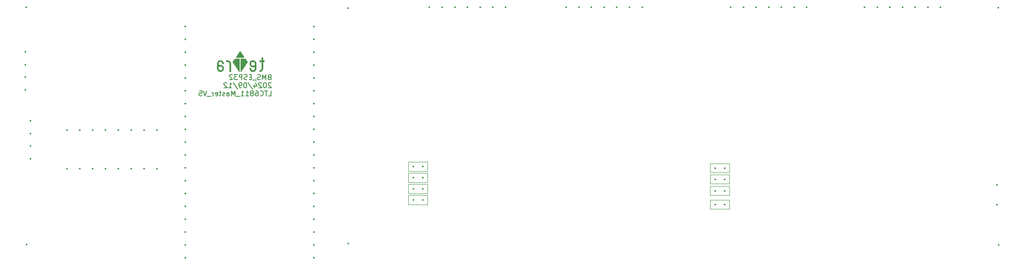
<source format=gbr>
%TF.GenerationSoftware,KiCad,Pcbnew,8.0.4*%
%TF.CreationDate,2024-09-13T16:29:25+09:00*%
%TF.ProjectId,LTC6811_ESP32_Master_V5,4c544336-3831-4315-9f45-535033325f4d,rev?*%
%TF.SameCoordinates,Original*%
%TF.FileFunction,Legend,Bot*%
%TF.FilePolarity,Positive*%
%FSLAX46Y46*%
G04 Gerber Fmt 4.6, Leading zero omitted, Abs format (unit mm)*
G04 Created by KiCad (PCBNEW 8.0.4) date 2024-09-13 16:29:25*
%MOMM*%
%LPD*%
G01*
G04 APERTURE LIST*
%ADD10C,0.150000*%
%ADD11C,0.120000*%
%ADD12C,0.010000*%
%ADD13C,0.350000*%
G04 APERTURE END LIST*
D10*
X86979887Y-132776121D02*
X86837030Y-132823740D01*
X86837030Y-132823740D02*
X86789411Y-132871359D01*
X86789411Y-132871359D02*
X86741792Y-132966597D01*
X86741792Y-132966597D02*
X86741792Y-133109454D01*
X86741792Y-133109454D02*
X86789411Y-133204692D01*
X86789411Y-133204692D02*
X86837030Y-133252312D01*
X86837030Y-133252312D02*
X86932268Y-133299931D01*
X86932268Y-133299931D02*
X87313220Y-133299931D01*
X87313220Y-133299931D02*
X87313220Y-132299931D01*
X87313220Y-132299931D02*
X86979887Y-132299931D01*
X86979887Y-132299931D02*
X86884649Y-132347550D01*
X86884649Y-132347550D02*
X86837030Y-132395169D01*
X86837030Y-132395169D02*
X86789411Y-132490407D01*
X86789411Y-132490407D02*
X86789411Y-132585645D01*
X86789411Y-132585645D02*
X86837030Y-132680883D01*
X86837030Y-132680883D02*
X86884649Y-132728502D01*
X86884649Y-132728502D02*
X86979887Y-132776121D01*
X86979887Y-132776121D02*
X87313220Y-132776121D01*
X86313220Y-133299931D02*
X86313220Y-132299931D01*
X86313220Y-132299931D02*
X85979887Y-133014216D01*
X85979887Y-133014216D02*
X85646554Y-132299931D01*
X85646554Y-132299931D02*
X85646554Y-133299931D01*
X85217982Y-133252312D02*
X85075125Y-133299931D01*
X85075125Y-133299931D02*
X84837030Y-133299931D01*
X84837030Y-133299931D02*
X84741792Y-133252312D01*
X84741792Y-133252312D02*
X84694173Y-133204692D01*
X84694173Y-133204692D02*
X84646554Y-133109454D01*
X84646554Y-133109454D02*
X84646554Y-133014216D01*
X84646554Y-133014216D02*
X84694173Y-132918978D01*
X84694173Y-132918978D02*
X84741792Y-132871359D01*
X84741792Y-132871359D02*
X84837030Y-132823740D01*
X84837030Y-132823740D02*
X85027506Y-132776121D01*
X85027506Y-132776121D02*
X85122744Y-132728502D01*
X85122744Y-132728502D02*
X85170363Y-132680883D01*
X85170363Y-132680883D02*
X85217982Y-132585645D01*
X85217982Y-132585645D02*
X85217982Y-132490407D01*
X85217982Y-132490407D02*
X85170363Y-132395169D01*
X85170363Y-132395169D02*
X85122744Y-132347550D01*
X85122744Y-132347550D02*
X85027506Y-132299931D01*
X85027506Y-132299931D02*
X84789411Y-132299931D01*
X84789411Y-132299931D02*
X84646554Y-132347550D01*
X84456078Y-133395169D02*
X83694173Y-133395169D01*
X83456077Y-132776121D02*
X83122744Y-132776121D01*
X82979887Y-133299931D02*
X83456077Y-133299931D01*
X83456077Y-133299931D02*
X83456077Y-132299931D01*
X83456077Y-132299931D02*
X82979887Y-132299931D01*
X82598934Y-133252312D02*
X82456077Y-133299931D01*
X82456077Y-133299931D02*
X82217982Y-133299931D01*
X82217982Y-133299931D02*
X82122744Y-133252312D01*
X82122744Y-133252312D02*
X82075125Y-133204692D01*
X82075125Y-133204692D02*
X82027506Y-133109454D01*
X82027506Y-133109454D02*
X82027506Y-133014216D01*
X82027506Y-133014216D02*
X82075125Y-132918978D01*
X82075125Y-132918978D02*
X82122744Y-132871359D01*
X82122744Y-132871359D02*
X82217982Y-132823740D01*
X82217982Y-132823740D02*
X82408458Y-132776121D01*
X82408458Y-132776121D02*
X82503696Y-132728502D01*
X82503696Y-132728502D02*
X82551315Y-132680883D01*
X82551315Y-132680883D02*
X82598934Y-132585645D01*
X82598934Y-132585645D02*
X82598934Y-132490407D01*
X82598934Y-132490407D02*
X82551315Y-132395169D01*
X82551315Y-132395169D02*
X82503696Y-132347550D01*
X82503696Y-132347550D02*
X82408458Y-132299931D01*
X82408458Y-132299931D02*
X82170363Y-132299931D01*
X82170363Y-132299931D02*
X82027506Y-132347550D01*
X81598934Y-133299931D02*
X81598934Y-132299931D01*
X81598934Y-132299931D02*
X81217982Y-132299931D01*
X81217982Y-132299931D02*
X81122744Y-132347550D01*
X81122744Y-132347550D02*
X81075125Y-132395169D01*
X81075125Y-132395169D02*
X81027506Y-132490407D01*
X81027506Y-132490407D02*
X81027506Y-132633264D01*
X81027506Y-132633264D02*
X81075125Y-132728502D01*
X81075125Y-132728502D02*
X81122744Y-132776121D01*
X81122744Y-132776121D02*
X81217982Y-132823740D01*
X81217982Y-132823740D02*
X81598934Y-132823740D01*
X80694172Y-132299931D02*
X80075125Y-132299931D01*
X80075125Y-132299931D02*
X80408458Y-132680883D01*
X80408458Y-132680883D02*
X80265601Y-132680883D01*
X80265601Y-132680883D02*
X80170363Y-132728502D01*
X80170363Y-132728502D02*
X80122744Y-132776121D01*
X80122744Y-132776121D02*
X80075125Y-132871359D01*
X80075125Y-132871359D02*
X80075125Y-133109454D01*
X80075125Y-133109454D02*
X80122744Y-133204692D01*
X80122744Y-133204692D02*
X80170363Y-133252312D01*
X80170363Y-133252312D02*
X80265601Y-133299931D01*
X80265601Y-133299931D02*
X80551315Y-133299931D01*
X80551315Y-133299931D02*
X80646553Y-133252312D01*
X80646553Y-133252312D02*
X80694172Y-133204692D01*
X79694172Y-132395169D02*
X79646553Y-132347550D01*
X79646553Y-132347550D02*
X79551315Y-132299931D01*
X79551315Y-132299931D02*
X79313220Y-132299931D01*
X79313220Y-132299931D02*
X79217982Y-132347550D01*
X79217982Y-132347550D02*
X79170363Y-132395169D01*
X79170363Y-132395169D02*
X79122744Y-132490407D01*
X79122744Y-132490407D02*
X79122744Y-132585645D01*
X79122744Y-132585645D02*
X79170363Y-132728502D01*
X79170363Y-132728502D02*
X79741791Y-133299931D01*
X79741791Y-133299931D02*
X79122744Y-133299931D01*
X87360839Y-134005113D02*
X87313220Y-133957494D01*
X87313220Y-133957494D02*
X87217982Y-133909875D01*
X87217982Y-133909875D02*
X86979887Y-133909875D01*
X86979887Y-133909875D02*
X86884649Y-133957494D01*
X86884649Y-133957494D02*
X86837030Y-134005113D01*
X86837030Y-134005113D02*
X86789411Y-134100351D01*
X86789411Y-134100351D02*
X86789411Y-134195589D01*
X86789411Y-134195589D02*
X86837030Y-134338446D01*
X86837030Y-134338446D02*
X87408458Y-134909875D01*
X87408458Y-134909875D02*
X86789411Y-134909875D01*
X86170363Y-133909875D02*
X86075125Y-133909875D01*
X86075125Y-133909875D02*
X85979887Y-133957494D01*
X85979887Y-133957494D02*
X85932268Y-134005113D01*
X85932268Y-134005113D02*
X85884649Y-134100351D01*
X85884649Y-134100351D02*
X85837030Y-134290827D01*
X85837030Y-134290827D02*
X85837030Y-134528922D01*
X85837030Y-134528922D02*
X85884649Y-134719398D01*
X85884649Y-134719398D02*
X85932268Y-134814636D01*
X85932268Y-134814636D02*
X85979887Y-134862256D01*
X85979887Y-134862256D02*
X86075125Y-134909875D01*
X86075125Y-134909875D02*
X86170363Y-134909875D01*
X86170363Y-134909875D02*
X86265601Y-134862256D01*
X86265601Y-134862256D02*
X86313220Y-134814636D01*
X86313220Y-134814636D02*
X86360839Y-134719398D01*
X86360839Y-134719398D02*
X86408458Y-134528922D01*
X86408458Y-134528922D02*
X86408458Y-134290827D01*
X86408458Y-134290827D02*
X86360839Y-134100351D01*
X86360839Y-134100351D02*
X86313220Y-134005113D01*
X86313220Y-134005113D02*
X86265601Y-133957494D01*
X86265601Y-133957494D02*
X86170363Y-133909875D01*
X85456077Y-134005113D02*
X85408458Y-133957494D01*
X85408458Y-133957494D02*
X85313220Y-133909875D01*
X85313220Y-133909875D02*
X85075125Y-133909875D01*
X85075125Y-133909875D02*
X84979887Y-133957494D01*
X84979887Y-133957494D02*
X84932268Y-134005113D01*
X84932268Y-134005113D02*
X84884649Y-134100351D01*
X84884649Y-134100351D02*
X84884649Y-134195589D01*
X84884649Y-134195589D02*
X84932268Y-134338446D01*
X84932268Y-134338446D02*
X85503696Y-134909875D01*
X85503696Y-134909875D02*
X84884649Y-134909875D01*
X84027506Y-134243208D02*
X84027506Y-134909875D01*
X84265601Y-133862256D02*
X84503696Y-134576541D01*
X84503696Y-134576541D02*
X83884649Y-134576541D01*
X82789411Y-133862256D02*
X83646553Y-135147970D01*
X82265601Y-133909875D02*
X82170363Y-133909875D01*
X82170363Y-133909875D02*
X82075125Y-133957494D01*
X82075125Y-133957494D02*
X82027506Y-134005113D01*
X82027506Y-134005113D02*
X81979887Y-134100351D01*
X81979887Y-134100351D02*
X81932268Y-134290827D01*
X81932268Y-134290827D02*
X81932268Y-134528922D01*
X81932268Y-134528922D02*
X81979887Y-134719398D01*
X81979887Y-134719398D02*
X82027506Y-134814636D01*
X82027506Y-134814636D02*
X82075125Y-134862256D01*
X82075125Y-134862256D02*
X82170363Y-134909875D01*
X82170363Y-134909875D02*
X82265601Y-134909875D01*
X82265601Y-134909875D02*
X82360839Y-134862256D01*
X82360839Y-134862256D02*
X82408458Y-134814636D01*
X82408458Y-134814636D02*
X82456077Y-134719398D01*
X82456077Y-134719398D02*
X82503696Y-134528922D01*
X82503696Y-134528922D02*
X82503696Y-134290827D01*
X82503696Y-134290827D02*
X82456077Y-134100351D01*
X82456077Y-134100351D02*
X82408458Y-134005113D01*
X82408458Y-134005113D02*
X82360839Y-133957494D01*
X82360839Y-133957494D02*
X82265601Y-133909875D01*
X81456077Y-134909875D02*
X81265601Y-134909875D01*
X81265601Y-134909875D02*
X81170363Y-134862256D01*
X81170363Y-134862256D02*
X81122744Y-134814636D01*
X81122744Y-134814636D02*
X81027506Y-134671779D01*
X81027506Y-134671779D02*
X80979887Y-134481303D01*
X80979887Y-134481303D02*
X80979887Y-134100351D01*
X80979887Y-134100351D02*
X81027506Y-134005113D01*
X81027506Y-134005113D02*
X81075125Y-133957494D01*
X81075125Y-133957494D02*
X81170363Y-133909875D01*
X81170363Y-133909875D02*
X81360839Y-133909875D01*
X81360839Y-133909875D02*
X81456077Y-133957494D01*
X81456077Y-133957494D02*
X81503696Y-134005113D01*
X81503696Y-134005113D02*
X81551315Y-134100351D01*
X81551315Y-134100351D02*
X81551315Y-134338446D01*
X81551315Y-134338446D02*
X81503696Y-134433684D01*
X81503696Y-134433684D02*
X81456077Y-134481303D01*
X81456077Y-134481303D02*
X81360839Y-134528922D01*
X81360839Y-134528922D02*
X81170363Y-134528922D01*
X81170363Y-134528922D02*
X81075125Y-134481303D01*
X81075125Y-134481303D02*
X81027506Y-134433684D01*
X81027506Y-134433684D02*
X80979887Y-134338446D01*
X79837030Y-133862256D02*
X80694172Y-135147970D01*
X78979887Y-134909875D02*
X79551315Y-134909875D01*
X79265601Y-134909875D02*
X79265601Y-133909875D01*
X79265601Y-133909875D02*
X79360839Y-134052732D01*
X79360839Y-134052732D02*
X79456077Y-134147970D01*
X79456077Y-134147970D02*
X79551315Y-134195589D01*
X78598934Y-134005113D02*
X78551315Y-133957494D01*
X78551315Y-133957494D02*
X78456077Y-133909875D01*
X78456077Y-133909875D02*
X78217982Y-133909875D01*
X78217982Y-133909875D02*
X78122744Y-133957494D01*
X78122744Y-133957494D02*
X78075125Y-134005113D01*
X78075125Y-134005113D02*
X78027506Y-134100351D01*
X78027506Y-134100351D02*
X78027506Y-134195589D01*
X78027506Y-134195589D02*
X78075125Y-134338446D01*
X78075125Y-134338446D02*
X78646553Y-134909875D01*
X78646553Y-134909875D02*
X78027506Y-134909875D01*
X86837030Y-136519819D02*
X87313220Y-136519819D01*
X87313220Y-136519819D02*
X87313220Y-135519819D01*
X86646553Y-135519819D02*
X86075125Y-135519819D01*
X86360839Y-136519819D02*
X86360839Y-135519819D01*
X85170363Y-136424580D02*
X85217982Y-136472200D01*
X85217982Y-136472200D02*
X85360839Y-136519819D01*
X85360839Y-136519819D02*
X85456077Y-136519819D01*
X85456077Y-136519819D02*
X85598934Y-136472200D01*
X85598934Y-136472200D02*
X85694172Y-136376961D01*
X85694172Y-136376961D02*
X85741791Y-136281723D01*
X85741791Y-136281723D02*
X85789410Y-136091247D01*
X85789410Y-136091247D02*
X85789410Y-135948390D01*
X85789410Y-135948390D02*
X85741791Y-135757914D01*
X85741791Y-135757914D02*
X85694172Y-135662676D01*
X85694172Y-135662676D02*
X85598934Y-135567438D01*
X85598934Y-135567438D02*
X85456077Y-135519819D01*
X85456077Y-135519819D02*
X85360839Y-135519819D01*
X85360839Y-135519819D02*
X85217982Y-135567438D01*
X85217982Y-135567438D02*
X85170363Y-135615057D01*
X84313220Y-135519819D02*
X84503696Y-135519819D01*
X84503696Y-135519819D02*
X84598934Y-135567438D01*
X84598934Y-135567438D02*
X84646553Y-135615057D01*
X84646553Y-135615057D02*
X84741791Y-135757914D01*
X84741791Y-135757914D02*
X84789410Y-135948390D01*
X84789410Y-135948390D02*
X84789410Y-136329342D01*
X84789410Y-136329342D02*
X84741791Y-136424580D01*
X84741791Y-136424580D02*
X84694172Y-136472200D01*
X84694172Y-136472200D02*
X84598934Y-136519819D01*
X84598934Y-136519819D02*
X84408458Y-136519819D01*
X84408458Y-136519819D02*
X84313220Y-136472200D01*
X84313220Y-136472200D02*
X84265601Y-136424580D01*
X84265601Y-136424580D02*
X84217982Y-136329342D01*
X84217982Y-136329342D02*
X84217982Y-136091247D01*
X84217982Y-136091247D02*
X84265601Y-135996009D01*
X84265601Y-135996009D02*
X84313220Y-135948390D01*
X84313220Y-135948390D02*
X84408458Y-135900771D01*
X84408458Y-135900771D02*
X84598934Y-135900771D01*
X84598934Y-135900771D02*
X84694172Y-135948390D01*
X84694172Y-135948390D02*
X84741791Y-135996009D01*
X84741791Y-135996009D02*
X84789410Y-136091247D01*
X83646553Y-135948390D02*
X83741791Y-135900771D01*
X83741791Y-135900771D02*
X83789410Y-135853152D01*
X83789410Y-135853152D02*
X83837029Y-135757914D01*
X83837029Y-135757914D02*
X83837029Y-135710295D01*
X83837029Y-135710295D02*
X83789410Y-135615057D01*
X83789410Y-135615057D02*
X83741791Y-135567438D01*
X83741791Y-135567438D02*
X83646553Y-135519819D01*
X83646553Y-135519819D02*
X83456077Y-135519819D01*
X83456077Y-135519819D02*
X83360839Y-135567438D01*
X83360839Y-135567438D02*
X83313220Y-135615057D01*
X83313220Y-135615057D02*
X83265601Y-135710295D01*
X83265601Y-135710295D02*
X83265601Y-135757914D01*
X83265601Y-135757914D02*
X83313220Y-135853152D01*
X83313220Y-135853152D02*
X83360839Y-135900771D01*
X83360839Y-135900771D02*
X83456077Y-135948390D01*
X83456077Y-135948390D02*
X83646553Y-135948390D01*
X83646553Y-135948390D02*
X83741791Y-135996009D01*
X83741791Y-135996009D02*
X83789410Y-136043628D01*
X83789410Y-136043628D02*
X83837029Y-136138866D01*
X83837029Y-136138866D02*
X83837029Y-136329342D01*
X83837029Y-136329342D02*
X83789410Y-136424580D01*
X83789410Y-136424580D02*
X83741791Y-136472200D01*
X83741791Y-136472200D02*
X83646553Y-136519819D01*
X83646553Y-136519819D02*
X83456077Y-136519819D01*
X83456077Y-136519819D02*
X83360839Y-136472200D01*
X83360839Y-136472200D02*
X83313220Y-136424580D01*
X83313220Y-136424580D02*
X83265601Y-136329342D01*
X83265601Y-136329342D02*
X83265601Y-136138866D01*
X83265601Y-136138866D02*
X83313220Y-136043628D01*
X83313220Y-136043628D02*
X83360839Y-135996009D01*
X83360839Y-135996009D02*
X83456077Y-135948390D01*
X82313220Y-136519819D02*
X82884648Y-136519819D01*
X82598934Y-136519819D02*
X82598934Y-135519819D01*
X82598934Y-135519819D02*
X82694172Y-135662676D01*
X82694172Y-135662676D02*
X82789410Y-135757914D01*
X82789410Y-135757914D02*
X82884648Y-135805533D01*
X81360839Y-136519819D02*
X81932267Y-136519819D01*
X81646553Y-136519819D02*
X81646553Y-135519819D01*
X81646553Y-135519819D02*
X81741791Y-135662676D01*
X81741791Y-135662676D02*
X81837029Y-135757914D01*
X81837029Y-135757914D02*
X81932267Y-135805533D01*
X81170363Y-136615057D02*
X80408458Y-136615057D01*
X80170362Y-136519819D02*
X80170362Y-135519819D01*
X80170362Y-135519819D02*
X79837029Y-136234104D01*
X79837029Y-136234104D02*
X79503696Y-135519819D01*
X79503696Y-135519819D02*
X79503696Y-136519819D01*
X78598934Y-136519819D02*
X78598934Y-135996009D01*
X78598934Y-135996009D02*
X78646553Y-135900771D01*
X78646553Y-135900771D02*
X78741791Y-135853152D01*
X78741791Y-135853152D02*
X78932267Y-135853152D01*
X78932267Y-135853152D02*
X79027505Y-135900771D01*
X78598934Y-136472200D02*
X78694172Y-136519819D01*
X78694172Y-136519819D02*
X78932267Y-136519819D01*
X78932267Y-136519819D02*
X79027505Y-136472200D01*
X79027505Y-136472200D02*
X79075124Y-136376961D01*
X79075124Y-136376961D02*
X79075124Y-136281723D01*
X79075124Y-136281723D02*
X79027505Y-136186485D01*
X79027505Y-136186485D02*
X78932267Y-136138866D01*
X78932267Y-136138866D02*
X78694172Y-136138866D01*
X78694172Y-136138866D02*
X78598934Y-136091247D01*
X78170362Y-136472200D02*
X78075124Y-136519819D01*
X78075124Y-136519819D02*
X77884648Y-136519819D01*
X77884648Y-136519819D02*
X77789410Y-136472200D01*
X77789410Y-136472200D02*
X77741791Y-136376961D01*
X77741791Y-136376961D02*
X77741791Y-136329342D01*
X77741791Y-136329342D02*
X77789410Y-136234104D01*
X77789410Y-136234104D02*
X77884648Y-136186485D01*
X77884648Y-136186485D02*
X78027505Y-136186485D01*
X78027505Y-136186485D02*
X78122743Y-136138866D01*
X78122743Y-136138866D02*
X78170362Y-136043628D01*
X78170362Y-136043628D02*
X78170362Y-135996009D01*
X78170362Y-135996009D02*
X78122743Y-135900771D01*
X78122743Y-135900771D02*
X78027505Y-135853152D01*
X78027505Y-135853152D02*
X77884648Y-135853152D01*
X77884648Y-135853152D02*
X77789410Y-135900771D01*
X77456076Y-135853152D02*
X77075124Y-135853152D01*
X77313219Y-135519819D02*
X77313219Y-136376961D01*
X77313219Y-136376961D02*
X77265600Y-136472200D01*
X77265600Y-136472200D02*
X77170362Y-136519819D01*
X77170362Y-136519819D02*
X77075124Y-136519819D01*
X76360838Y-136472200D02*
X76456076Y-136519819D01*
X76456076Y-136519819D02*
X76646552Y-136519819D01*
X76646552Y-136519819D02*
X76741790Y-136472200D01*
X76741790Y-136472200D02*
X76789409Y-136376961D01*
X76789409Y-136376961D02*
X76789409Y-135996009D01*
X76789409Y-135996009D02*
X76741790Y-135900771D01*
X76741790Y-135900771D02*
X76646552Y-135853152D01*
X76646552Y-135853152D02*
X76456076Y-135853152D01*
X76456076Y-135853152D02*
X76360838Y-135900771D01*
X76360838Y-135900771D02*
X76313219Y-135996009D01*
X76313219Y-135996009D02*
X76313219Y-136091247D01*
X76313219Y-136091247D02*
X76789409Y-136186485D01*
X75884647Y-136519819D02*
X75884647Y-135853152D01*
X75884647Y-136043628D02*
X75837028Y-135948390D01*
X75837028Y-135948390D02*
X75789409Y-135900771D01*
X75789409Y-135900771D02*
X75694171Y-135853152D01*
X75694171Y-135853152D02*
X75598933Y-135853152D01*
X75503695Y-136615057D02*
X74741790Y-136615057D01*
X74646551Y-135519819D02*
X74313218Y-136519819D01*
X74313218Y-136519819D02*
X73979885Y-135519819D01*
X73170361Y-135519819D02*
X73646551Y-135519819D01*
X73646551Y-135519819D02*
X73694170Y-135996009D01*
X73694170Y-135996009D02*
X73646551Y-135948390D01*
X73646551Y-135948390D02*
X73551313Y-135900771D01*
X73551313Y-135900771D02*
X73313218Y-135900771D01*
X73313218Y-135900771D02*
X73217980Y-135948390D01*
X73217980Y-135948390D02*
X73170361Y-135996009D01*
X73170361Y-135996009D02*
X73122742Y-136091247D01*
X73122742Y-136091247D02*
X73122742Y-136329342D01*
X73122742Y-136329342D02*
X73170361Y-136424580D01*
X73170361Y-136424580D02*
X73217980Y-136472200D01*
X73217980Y-136472200D02*
X73313218Y-136519819D01*
X73313218Y-136519819D02*
X73551313Y-136519819D01*
X73551313Y-136519819D02*
X73646551Y-136472200D01*
X73646551Y-136472200D02*
X73694170Y-136424580D01*
D11*
X174000000Y-157100000D02*
X177800000Y-157100000D01*
X177800000Y-158900000D01*
X174000000Y-158900000D01*
X174000000Y-157100000D01*
X174000000Y-149900000D02*
X177800000Y-149900000D01*
X177800000Y-151700000D01*
X174000000Y-151700000D01*
X174000000Y-149900000D01*
X114400000Y-156200000D02*
X118200000Y-156200000D01*
X118200000Y-158000000D01*
X114400000Y-158000000D01*
X114400000Y-156200000D01*
X114400000Y-149600000D02*
X118200000Y-149600000D01*
X118200000Y-151400000D01*
X114400000Y-151400000D01*
X114400000Y-149600000D01*
X174000000Y-154400000D02*
X177800000Y-154400000D01*
X177800000Y-156200000D01*
X174000000Y-156200000D01*
X174000000Y-154400000D01*
X114400000Y-151800000D02*
X118200000Y-151800000D01*
X118200000Y-153600000D01*
X114400000Y-153600000D01*
X114400000Y-151800000D01*
X174000000Y-152100000D02*
X177800000Y-152100000D01*
X177800000Y-153900000D01*
X174000000Y-153900000D01*
X174000000Y-152100000D01*
X114400000Y-154000000D02*
X118200000Y-154000000D01*
X118200000Y-155800000D01*
X114400000Y-155800000D01*
X114400000Y-154000000D01*
D12*
%TO.C,LOGO2*%
X82397370Y-129402595D02*
X82412067Y-129423755D01*
X82454862Y-129485698D01*
X82494759Y-129543924D01*
X82530621Y-129596740D01*
X82561311Y-129642456D01*
X82585690Y-129679381D01*
X82602621Y-129705824D01*
X82610967Y-129720095D01*
X82616447Y-129733478D01*
X82625586Y-129774942D01*
X82626565Y-129818646D01*
X82618904Y-129856339D01*
X82618078Y-129857946D01*
X82609359Y-129871893D01*
X82591793Y-129898684D01*
X82565951Y-129937480D01*
X82532403Y-129987440D01*
X82491718Y-130047725D01*
X82444467Y-130117496D01*
X82391219Y-130195911D01*
X82332546Y-130282132D01*
X82269016Y-130375318D01*
X82201200Y-130474630D01*
X82129668Y-130579228D01*
X82054990Y-130688273D01*
X81977736Y-130800924D01*
X81950912Y-130840002D01*
X81874659Y-130950999D01*
X81801197Y-131057796D01*
X81731091Y-131159578D01*
X81664904Y-131255532D01*
X81603203Y-131344843D01*
X81546551Y-131426697D01*
X81495512Y-131500279D01*
X81450653Y-131564775D01*
X81412537Y-131619370D01*
X81381729Y-131663251D01*
X81358793Y-131695603D01*
X81344295Y-131715611D01*
X81338798Y-131722461D01*
X81338591Y-131721824D01*
X81337853Y-131709017D01*
X81337140Y-131680452D01*
X81336456Y-131637054D01*
X81335808Y-131579743D01*
X81335199Y-131509443D01*
X81334634Y-131427077D01*
X81334117Y-131333567D01*
X81333655Y-131229836D01*
X81333250Y-131116806D01*
X81332909Y-130995399D01*
X81332635Y-130866540D01*
X81332434Y-130731149D01*
X81332309Y-130590151D01*
X81332267Y-130444467D01*
X81332267Y-129166472D01*
X81352695Y-129142717D01*
X81373123Y-129118961D01*
X82200100Y-129118961D01*
X82397370Y-129402595D01*
G36*
X82397370Y-129402595D02*
G01*
X82412067Y-129423755D01*
X82454862Y-129485698D01*
X82494759Y-129543924D01*
X82530621Y-129596740D01*
X82561311Y-129642456D01*
X82585690Y-129679381D01*
X82602621Y-129705824D01*
X82610967Y-129720095D01*
X82616447Y-129733478D01*
X82625586Y-129774942D01*
X82626565Y-129818646D01*
X82618904Y-129856339D01*
X82618078Y-129857946D01*
X82609359Y-129871893D01*
X82591793Y-129898684D01*
X82565951Y-129937480D01*
X82532403Y-129987440D01*
X82491718Y-130047725D01*
X82444467Y-130117496D01*
X82391219Y-130195911D01*
X82332546Y-130282132D01*
X82269016Y-130375318D01*
X82201200Y-130474630D01*
X82129668Y-130579228D01*
X82054990Y-130688273D01*
X81977736Y-130800924D01*
X81950912Y-130840002D01*
X81874659Y-130950999D01*
X81801197Y-131057796D01*
X81731091Y-131159578D01*
X81664904Y-131255532D01*
X81603203Y-131344843D01*
X81546551Y-131426697D01*
X81495512Y-131500279D01*
X81450653Y-131564775D01*
X81412537Y-131619370D01*
X81381729Y-131663251D01*
X81358793Y-131695603D01*
X81344295Y-131715611D01*
X81338798Y-131722461D01*
X81338591Y-131721824D01*
X81337853Y-131709017D01*
X81337140Y-131680452D01*
X81336456Y-131637054D01*
X81335808Y-131579743D01*
X81335199Y-131509443D01*
X81334634Y-131427077D01*
X81334117Y-131333567D01*
X81333655Y-131229836D01*
X81333250Y-131116806D01*
X81332909Y-130995399D01*
X81332635Y-130866540D01*
X81332434Y-130731149D01*
X81332309Y-130590151D01*
X81332267Y-130444467D01*
X81332267Y-129166472D01*
X81352695Y-129142717D01*
X81373123Y-129118961D01*
X82200100Y-129118961D01*
X82397370Y-129402595D01*
G37*
X81238971Y-127726107D02*
X81241046Y-127728230D01*
X81252003Y-127742372D01*
X81271194Y-127768585D01*
X81297727Y-127805582D01*
X81330711Y-127852074D01*
X81369255Y-127906774D01*
X81412466Y-127968393D01*
X81459454Y-128035643D01*
X81509327Y-128107235D01*
X81561193Y-128181881D01*
X81614162Y-128258293D01*
X81667341Y-128335183D01*
X81719839Y-128411263D01*
X81770765Y-128485244D01*
X81819226Y-128555837D01*
X81864333Y-128621756D01*
X81905193Y-128681711D01*
X81940914Y-128734414D01*
X81970606Y-128778577D01*
X81993377Y-128812911D01*
X82008335Y-128836129D01*
X82014589Y-128846943D01*
X82014785Y-128848463D01*
X82013046Y-128850579D01*
X82007975Y-128852438D01*
X81998601Y-128854058D01*
X81983952Y-128855453D01*
X81963056Y-128856642D01*
X81934942Y-128857639D01*
X81898638Y-128858462D01*
X81853173Y-128859127D01*
X81797576Y-128859650D01*
X81730874Y-128860047D01*
X81652097Y-128860336D01*
X81560272Y-128860532D01*
X81454429Y-128860652D01*
X81333596Y-128860712D01*
X81196800Y-128860728D01*
X81138578Y-128860725D01*
X81008247Y-128860689D01*
X80893487Y-128860600D01*
X80793330Y-128860440D01*
X80706812Y-128860196D01*
X80632965Y-128859851D01*
X80570824Y-128859388D01*
X80519421Y-128858793D01*
X80477791Y-128858049D01*
X80444968Y-128857142D01*
X80419985Y-128856054D01*
X80401876Y-128854770D01*
X80389674Y-128853274D01*
X80382414Y-128851552D01*
X80379128Y-128849586D01*
X80378851Y-128847360D01*
X80380250Y-128844651D01*
X80390123Y-128828870D01*
X80408415Y-128801170D01*
X80434227Y-128762844D01*
X80466655Y-128715185D01*
X80504800Y-128659487D01*
X80547760Y-128597044D01*
X80594634Y-128529147D01*
X80644521Y-128457092D01*
X80696519Y-128382170D01*
X80749728Y-128305675D01*
X80803247Y-128228901D01*
X80856173Y-128153141D01*
X80907607Y-128079688D01*
X80956647Y-128009836D01*
X81002391Y-127944877D01*
X81043939Y-127886105D01*
X81080389Y-127834814D01*
X81110841Y-127792296D01*
X81134393Y-127759846D01*
X81150144Y-127738755D01*
X81157193Y-127730318D01*
X81177748Y-127721202D01*
X81209730Y-127718339D01*
X81238971Y-127726107D01*
G36*
X81238971Y-127726107D02*
G01*
X81241046Y-127728230D01*
X81252003Y-127742372D01*
X81271194Y-127768585D01*
X81297727Y-127805582D01*
X81330711Y-127852074D01*
X81369255Y-127906774D01*
X81412466Y-127968393D01*
X81459454Y-128035643D01*
X81509327Y-128107235D01*
X81561193Y-128181881D01*
X81614162Y-128258293D01*
X81667341Y-128335183D01*
X81719839Y-128411263D01*
X81770765Y-128485244D01*
X81819226Y-128555837D01*
X81864333Y-128621756D01*
X81905193Y-128681711D01*
X81940914Y-128734414D01*
X81970606Y-128778577D01*
X81993377Y-128812911D01*
X82008335Y-128836129D01*
X82014589Y-128846943D01*
X82014785Y-128848463D01*
X82013046Y-128850579D01*
X82007975Y-128852438D01*
X81998601Y-128854058D01*
X81983952Y-128855453D01*
X81963056Y-128856642D01*
X81934942Y-128857639D01*
X81898638Y-128858462D01*
X81853173Y-128859127D01*
X81797576Y-128859650D01*
X81730874Y-128860047D01*
X81652097Y-128860336D01*
X81560272Y-128860532D01*
X81454429Y-128860652D01*
X81333596Y-128860712D01*
X81196800Y-128860728D01*
X81138578Y-128860725D01*
X81008247Y-128860689D01*
X80893487Y-128860600D01*
X80793330Y-128860440D01*
X80706812Y-128860196D01*
X80632965Y-128859851D01*
X80570824Y-128859388D01*
X80519421Y-128858793D01*
X80477791Y-128858049D01*
X80444968Y-128857142D01*
X80419985Y-128856054D01*
X80401876Y-128854770D01*
X80389674Y-128853274D01*
X80382414Y-128851552D01*
X80379128Y-128849586D01*
X80378851Y-128847360D01*
X80380250Y-128844651D01*
X80390123Y-128828870D01*
X80408415Y-128801170D01*
X80434227Y-128762844D01*
X80466655Y-128715185D01*
X80504800Y-128659487D01*
X80547760Y-128597044D01*
X80594634Y-128529147D01*
X80644521Y-128457092D01*
X80696519Y-128382170D01*
X80749728Y-128305675D01*
X80803247Y-128228901D01*
X80856173Y-128153141D01*
X80907607Y-128079688D01*
X80956647Y-128009836D01*
X81002391Y-127944877D01*
X81043939Y-127886105D01*
X81080389Y-127834814D01*
X81110841Y-127792296D01*
X81134393Y-127759846D01*
X81150144Y-127738755D01*
X81157193Y-127730318D01*
X81177748Y-127721202D01*
X81209730Y-127718339D01*
X81238971Y-127726107D01*
G37*
X80634853Y-129123224D02*
X80727311Y-129123534D01*
X80808914Y-129124168D01*
X80878651Y-129125104D01*
X80935507Y-129126323D01*
X80978471Y-129127806D01*
X81006528Y-129129532D01*
X81018666Y-129131482D01*
X81018970Y-129131649D01*
X81032512Y-129145447D01*
X81043510Y-129166613D01*
X81044483Y-129172157D01*
X81045796Y-129189981D01*
X81046986Y-129219737D01*
X81048058Y-129261841D01*
X81049012Y-129316709D01*
X81049854Y-129384760D01*
X81050585Y-129466409D01*
X81051208Y-129562073D01*
X81051728Y-129672170D01*
X81052146Y-129797115D01*
X81052466Y-129937327D01*
X81052691Y-130093221D01*
X81052823Y-130265215D01*
X81052867Y-130453725D01*
X81052866Y-130479450D01*
X81052809Y-130623345D01*
X81052673Y-130762384D01*
X81052462Y-130895637D01*
X81052180Y-131022176D01*
X81051832Y-131141071D01*
X81051424Y-131251394D01*
X81050959Y-131352215D01*
X81050442Y-131442605D01*
X81049878Y-131521637D01*
X81049272Y-131588379D01*
X81048628Y-131641905D01*
X81047951Y-131681284D01*
X81047246Y-131705588D01*
X81046517Y-131713887D01*
X81046460Y-131713877D01*
X81040092Y-131706517D01*
X81024947Y-131686151D01*
X81001701Y-131653773D01*
X80971032Y-131610372D01*
X80933617Y-131556941D01*
X80890132Y-131494472D01*
X80841254Y-131423955D01*
X80787660Y-131346383D01*
X80730026Y-131262746D01*
X80669030Y-131174038D01*
X80605349Y-131081248D01*
X80539658Y-130985370D01*
X80472636Y-130887393D01*
X80404958Y-130788311D01*
X80337302Y-130689114D01*
X80270344Y-130590794D01*
X80204761Y-130494343D01*
X80141230Y-130400752D01*
X80080428Y-130311013D01*
X80023032Y-130226117D01*
X79969718Y-130147056D01*
X79921164Y-130074822D01*
X79878045Y-130010406D01*
X79841040Y-129954799D01*
X79810824Y-129908994D01*
X79788074Y-129873982D01*
X79773468Y-129850754D01*
X79767682Y-129840302D01*
X79761493Y-129807477D01*
X79764524Y-129757403D01*
X79781221Y-129710971D01*
X79782680Y-129708493D01*
X79793331Y-129691969D01*
X79812180Y-129663705D01*
X79838106Y-129625352D01*
X79869984Y-129578560D01*
X79906691Y-129524979D01*
X79947105Y-129466260D01*
X79990101Y-129404054D01*
X80184636Y-129123195D01*
X80593908Y-129123195D01*
X80634853Y-129123224D01*
G36*
X80634853Y-129123224D02*
G01*
X80727311Y-129123534D01*
X80808914Y-129124168D01*
X80878651Y-129125104D01*
X80935507Y-129126323D01*
X80978471Y-129127806D01*
X81006528Y-129129532D01*
X81018666Y-129131482D01*
X81018970Y-129131649D01*
X81032512Y-129145447D01*
X81043510Y-129166613D01*
X81044483Y-129172157D01*
X81045796Y-129189981D01*
X81046986Y-129219737D01*
X81048058Y-129261841D01*
X81049012Y-129316709D01*
X81049854Y-129384760D01*
X81050585Y-129466409D01*
X81051208Y-129562073D01*
X81051728Y-129672170D01*
X81052146Y-129797115D01*
X81052466Y-129937327D01*
X81052691Y-130093221D01*
X81052823Y-130265215D01*
X81052867Y-130453725D01*
X81052866Y-130479450D01*
X81052809Y-130623345D01*
X81052673Y-130762384D01*
X81052462Y-130895637D01*
X81052180Y-131022176D01*
X81051832Y-131141071D01*
X81051424Y-131251394D01*
X81050959Y-131352215D01*
X81050442Y-131442605D01*
X81049878Y-131521637D01*
X81049272Y-131588379D01*
X81048628Y-131641905D01*
X81047951Y-131681284D01*
X81047246Y-131705588D01*
X81046517Y-131713887D01*
X81046460Y-131713877D01*
X81040092Y-131706517D01*
X81024947Y-131686151D01*
X81001701Y-131653773D01*
X80971032Y-131610372D01*
X80933617Y-131556941D01*
X80890132Y-131494472D01*
X80841254Y-131423955D01*
X80787660Y-131346383D01*
X80730026Y-131262746D01*
X80669030Y-131174038D01*
X80605349Y-131081248D01*
X80539658Y-130985370D01*
X80472636Y-130887393D01*
X80404958Y-130788311D01*
X80337302Y-130689114D01*
X80270344Y-130590794D01*
X80204761Y-130494343D01*
X80141230Y-130400752D01*
X80080428Y-130311013D01*
X80023032Y-130226117D01*
X79969718Y-130147056D01*
X79921164Y-130074822D01*
X79878045Y-130010406D01*
X79841040Y-129954799D01*
X79810824Y-129908994D01*
X79788074Y-129873982D01*
X79773468Y-129850754D01*
X79767682Y-129840302D01*
X79761493Y-129807477D01*
X79764524Y-129757403D01*
X79781221Y-129710971D01*
X79782680Y-129708493D01*
X79793331Y-129691969D01*
X79812180Y-129663705D01*
X79838106Y-129625352D01*
X79869984Y-129578560D01*
X79906691Y-129524979D01*
X79947105Y-129466260D01*
X79990101Y-129404054D01*
X80184636Y-129123195D01*
X80593908Y-129123195D01*
X80634853Y-129123224D01*
G37*
X78634558Y-129489307D02*
X78641690Y-129489517D01*
X78717950Y-129492952D01*
X78781423Y-129498654D01*
X78835875Y-129507380D01*
X78885071Y-129519887D01*
X78932780Y-129536932D01*
X78982767Y-129559272D01*
X78996714Y-129566203D01*
X79082317Y-129619327D01*
X79156904Y-129685117D01*
X79220032Y-129763041D01*
X79271259Y-129852566D01*
X79310141Y-129953160D01*
X79329585Y-130016428D01*
X79332104Y-130832299D01*
X79332435Y-130951286D01*
X79332695Y-131083766D01*
X79332783Y-131200563D01*
X79332695Y-131302367D01*
X79332423Y-131389868D01*
X79331961Y-131463757D01*
X79331304Y-131524724D01*
X79330445Y-131573461D01*
X79329379Y-131610659D01*
X79328099Y-131637006D01*
X79326599Y-131653195D01*
X79324874Y-131659916D01*
X79324229Y-131660626D01*
X79313961Y-131665832D01*
X79293887Y-131669239D01*
X79261642Y-131671098D01*
X79214861Y-131671661D01*
X79199463Y-131671641D01*
X79161128Y-131671190D01*
X79135671Y-131669790D01*
X79120018Y-131666980D01*
X79111096Y-131662299D01*
X79105831Y-131655284D01*
X79104991Y-131651872D01*
X79103322Y-131632258D01*
X79101847Y-131595876D01*
X79100565Y-131542708D01*
X79099476Y-131472731D01*
X79098580Y-131385925D01*
X79097877Y-131282270D01*
X79097366Y-131161745D01*
X79097047Y-131024329D01*
X79096920Y-130870001D01*
X79096855Y-130736054D01*
X79096700Y-130614939D01*
X79096441Y-130508753D01*
X79096064Y-130416482D01*
X79095553Y-130337113D01*
X79094894Y-130269632D01*
X79094072Y-130213026D01*
X79093072Y-130166282D01*
X79091879Y-130128387D01*
X79090480Y-130098328D01*
X79088858Y-130075090D01*
X79086999Y-130057661D01*
X79084889Y-130045028D01*
X79078800Y-130020029D01*
X79050553Y-129945681D01*
X79009762Y-129879704D01*
X78958015Y-129824322D01*
X78896897Y-129781756D01*
X78871329Y-129768861D01*
X78834256Y-129754244D01*
X78794152Y-129743941D01*
X78747567Y-129737340D01*
X78691051Y-129733829D01*
X78621155Y-129732794D01*
X78569640Y-129732718D01*
X78525681Y-129731495D01*
X78494509Y-129727518D01*
X78473927Y-129719179D01*
X78461741Y-129704869D01*
X78455755Y-129682980D01*
X78453773Y-129651902D01*
X78453600Y-129610028D01*
X78453594Y-129600303D01*
X78453922Y-129561090D01*
X78456393Y-129531935D01*
X78463122Y-129511429D01*
X78476220Y-129498163D01*
X78497800Y-129490727D01*
X78529974Y-129487712D01*
X78574856Y-129487708D01*
X78634558Y-129489307D01*
G36*
X78634558Y-129489307D02*
G01*
X78641690Y-129489517D01*
X78717950Y-129492952D01*
X78781423Y-129498654D01*
X78835875Y-129507380D01*
X78885071Y-129519887D01*
X78932780Y-129536932D01*
X78982767Y-129559272D01*
X78996714Y-129566203D01*
X79082317Y-129619327D01*
X79156904Y-129685117D01*
X79220032Y-129763041D01*
X79271259Y-129852566D01*
X79310141Y-129953160D01*
X79329585Y-130016428D01*
X79332104Y-130832299D01*
X79332435Y-130951286D01*
X79332695Y-131083766D01*
X79332783Y-131200563D01*
X79332695Y-131302367D01*
X79332423Y-131389868D01*
X79331961Y-131463757D01*
X79331304Y-131524724D01*
X79330445Y-131573461D01*
X79329379Y-131610659D01*
X79328099Y-131637006D01*
X79326599Y-131653195D01*
X79324874Y-131659916D01*
X79324229Y-131660626D01*
X79313961Y-131665832D01*
X79293887Y-131669239D01*
X79261642Y-131671098D01*
X79214861Y-131671661D01*
X79199463Y-131671641D01*
X79161128Y-131671190D01*
X79135671Y-131669790D01*
X79120018Y-131666980D01*
X79111096Y-131662299D01*
X79105831Y-131655284D01*
X79104991Y-131651872D01*
X79103322Y-131632258D01*
X79101847Y-131595876D01*
X79100565Y-131542708D01*
X79099476Y-131472731D01*
X79098580Y-131385925D01*
X79097877Y-131282270D01*
X79097366Y-131161745D01*
X79097047Y-131024329D01*
X79096920Y-130870001D01*
X79096855Y-130736054D01*
X79096700Y-130614939D01*
X79096441Y-130508753D01*
X79096064Y-130416482D01*
X79095553Y-130337113D01*
X79094894Y-130269632D01*
X79094072Y-130213026D01*
X79093072Y-130166282D01*
X79091879Y-130128387D01*
X79090480Y-130098328D01*
X79088858Y-130075090D01*
X79086999Y-130057661D01*
X79084889Y-130045028D01*
X79078800Y-130020029D01*
X79050553Y-129945681D01*
X79009762Y-129879704D01*
X78958015Y-129824322D01*
X78896897Y-129781756D01*
X78871329Y-129768861D01*
X78834256Y-129754244D01*
X78794152Y-129743941D01*
X78747567Y-129737340D01*
X78691051Y-129733829D01*
X78621155Y-129732794D01*
X78569640Y-129732718D01*
X78525681Y-129731495D01*
X78494509Y-129727518D01*
X78473927Y-129719179D01*
X78461741Y-129704869D01*
X78455755Y-129682980D01*
X78453773Y-129651902D01*
X78453600Y-129610028D01*
X78453594Y-129600303D01*
X78453922Y-129561090D01*
X78456393Y-129531935D01*
X78463122Y-129511429D01*
X78476220Y-129498163D01*
X78497800Y-129490727D01*
X78529974Y-129487712D01*
X78574856Y-129487708D01*
X78634558Y-129489307D01*
G37*
X85503342Y-128892423D02*
X85529158Y-128902611D01*
X85566820Y-128920224D01*
X85587524Y-128930548D01*
X85622147Y-128948984D01*
X85650775Y-128965653D01*
X85668715Y-128977897D01*
X85692600Y-128997700D01*
X85692600Y-129495728D01*
X85831820Y-129495728D01*
X85883144Y-129495776D01*
X85926700Y-129496885D01*
X85957500Y-129500633D01*
X85977750Y-129508600D01*
X85989658Y-129522367D01*
X85995431Y-129543512D01*
X85997276Y-129573617D01*
X85997400Y-129614261D01*
X85997333Y-129651002D01*
X85995784Y-129682183D01*
X85990548Y-129704231D01*
X85979419Y-129718727D01*
X85960188Y-129727252D01*
X85930650Y-129731384D01*
X85888596Y-129732705D01*
X85831820Y-129732795D01*
X85692600Y-129732795D01*
X85692600Y-130400552D01*
X85692590Y-130464713D01*
X85692500Y-130583065D01*
X85692299Y-130686246D01*
X85691966Y-130775437D01*
X85691482Y-130851819D01*
X85690826Y-130916574D01*
X85689976Y-130970883D01*
X85688913Y-131015926D01*
X85687617Y-131052885D01*
X85686066Y-131082941D01*
X85684239Y-131107275D01*
X85682117Y-131127069D01*
X85679679Y-131143502D01*
X85677474Y-131155914D01*
X85650624Y-131266280D01*
X85613013Y-131363776D01*
X85564715Y-131448306D01*
X85505809Y-131519777D01*
X85436371Y-131578094D01*
X85356476Y-131623161D01*
X85266202Y-131654885D01*
X85265923Y-131654958D01*
X85231014Y-131662025D01*
X85189918Y-131667223D01*
X85146458Y-131670447D01*
X85104457Y-131671592D01*
X85067736Y-131670553D01*
X85040119Y-131667224D01*
X85025427Y-131661501D01*
X85020810Y-131648999D01*
X85017437Y-131623839D01*
X85015441Y-131590358D01*
X85014816Y-131552757D01*
X85015552Y-131515237D01*
X85017642Y-131481997D01*
X85021078Y-131457238D01*
X85025850Y-131445159D01*
X85030942Y-131442962D01*
X85051025Y-131438893D01*
X85081353Y-131435268D01*
X85117605Y-131432675D01*
X85142935Y-131431125D01*
X85183228Y-131426521D01*
X85215624Y-131418868D01*
X85246088Y-131406972D01*
X85267551Y-131396157D01*
X85323934Y-131355864D01*
X85370513Y-131302533D01*
X85407667Y-131235661D01*
X85435773Y-131154747D01*
X85438166Y-131144928D01*
X85440560Y-131132122D01*
X85442647Y-131116391D01*
X85444455Y-131096570D01*
X85446013Y-131071489D01*
X85447348Y-131039981D01*
X85448487Y-131000880D01*
X85449459Y-130953017D01*
X85450292Y-130895226D01*
X85451012Y-130826338D01*
X85451648Y-130745187D01*
X85452227Y-130650605D01*
X85452778Y-130541424D01*
X85453327Y-130416478D01*
X85456194Y-129732795D01*
X85270077Y-129732795D01*
X85258413Y-129732800D01*
X85195548Y-129732838D01*
X85147354Y-129732103D01*
X85111887Y-129729510D01*
X85087206Y-129723975D01*
X85071369Y-129714416D01*
X85062431Y-129699749D01*
X85058452Y-129678890D01*
X85057490Y-129650755D01*
X85057600Y-129614261D01*
X85057591Y-129608187D01*
X85057520Y-129572990D01*
X85058820Y-129546005D01*
X85063436Y-129526144D01*
X85073311Y-129512321D01*
X85090390Y-129503449D01*
X85116618Y-129498440D01*
X85153939Y-129496209D01*
X85204298Y-129495667D01*
X85269639Y-129495728D01*
X85455317Y-129495728D01*
X85457542Y-129198198D01*
X85457716Y-129175353D01*
X85458375Y-129100267D01*
X85459116Y-129039985D01*
X85460030Y-128992829D01*
X85461209Y-128957120D01*
X85462744Y-128931178D01*
X85464728Y-128913326D01*
X85467252Y-128901883D01*
X85470408Y-128895171D01*
X85474288Y-128891511D01*
X85475655Y-128890731D01*
X85486474Y-128888763D01*
X85503342Y-128892423D01*
G36*
X85503342Y-128892423D02*
G01*
X85529158Y-128902611D01*
X85566820Y-128920224D01*
X85587524Y-128930548D01*
X85622147Y-128948984D01*
X85650775Y-128965653D01*
X85668715Y-128977897D01*
X85692600Y-128997700D01*
X85692600Y-129495728D01*
X85831820Y-129495728D01*
X85883144Y-129495776D01*
X85926700Y-129496885D01*
X85957500Y-129500633D01*
X85977750Y-129508600D01*
X85989658Y-129522367D01*
X85995431Y-129543512D01*
X85997276Y-129573617D01*
X85997400Y-129614261D01*
X85997333Y-129651002D01*
X85995784Y-129682183D01*
X85990548Y-129704231D01*
X85979419Y-129718727D01*
X85960188Y-129727252D01*
X85930650Y-129731384D01*
X85888596Y-129732705D01*
X85831820Y-129732795D01*
X85692600Y-129732795D01*
X85692600Y-130400552D01*
X85692590Y-130464713D01*
X85692500Y-130583065D01*
X85692299Y-130686246D01*
X85691966Y-130775437D01*
X85691482Y-130851819D01*
X85690826Y-130916574D01*
X85689976Y-130970883D01*
X85688913Y-131015926D01*
X85687617Y-131052885D01*
X85686066Y-131082941D01*
X85684239Y-131107275D01*
X85682117Y-131127069D01*
X85679679Y-131143502D01*
X85677474Y-131155914D01*
X85650624Y-131266280D01*
X85613013Y-131363776D01*
X85564715Y-131448306D01*
X85505809Y-131519777D01*
X85436371Y-131578094D01*
X85356476Y-131623161D01*
X85266202Y-131654885D01*
X85265923Y-131654958D01*
X85231014Y-131662025D01*
X85189918Y-131667223D01*
X85146458Y-131670447D01*
X85104457Y-131671592D01*
X85067736Y-131670553D01*
X85040119Y-131667224D01*
X85025427Y-131661501D01*
X85020810Y-131648999D01*
X85017437Y-131623839D01*
X85015441Y-131590358D01*
X85014816Y-131552757D01*
X85015552Y-131515237D01*
X85017642Y-131481997D01*
X85021078Y-131457238D01*
X85025850Y-131445159D01*
X85030942Y-131442962D01*
X85051025Y-131438893D01*
X85081353Y-131435268D01*
X85117605Y-131432675D01*
X85142935Y-131431125D01*
X85183228Y-131426521D01*
X85215624Y-131418868D01*
X85246088Y-131406972D01*
X85267551Y-131396157D01*
X85323934Y-131355864D01*
X85370513Y-131302533D01*
X85407667Y-131235661D01*
X85435773Y-131154747D01*
X85438166Y-131144928D01*
X85440560Y-131132122D01*
X85442647Y-131116391D01*
X85444455Y-131096570D01*
X85446013Y-131071489D01*
X85447348Y-131039981D01*
X85448487Y-131000880D01*
X85449459Y-130953017D01*
X85450292Y-130895226D01*
X85451012Y-130826338D01*
X85451648Y-130745187D01*
X85452227Y-130650605D01*
X85452778Y-130541424D01*
X85453327Y-130416478D01*
X85456194Y-129732795D01*
X85270077Y-129732795D01*
X85258413Y-129732800D01*
X85195548Y-129732838D01*
X85147354Y-129732103D01*
X85111887Y-129729510D01*
X85087206Y-129723975D01*
X85071369Y-129714416D01*
X85062431Y-129699749D01*
X85058452Y-129678890D01*
X85057490Y-129650755D01*
X85057600Y-129614261D01*
X85057591Y-129608187D01*
X85057520Y-129572990D01*
X85058820Y-129546005D01*
X85063436Y-129526144D01*
X85073311Y-129512321D01*
X85090390Y-129503449D01*
X85116618Y-129498440D01*
X85153939Y-129496209D01*
X85204298Y-129495667D01*
X85269639Y-129495728D01*
X85455317Y-129495728D01*
X85457542Y-129198198D01*
X85457716Y-129175353D01*
X85458375Y-129100267D01*
X85459116Y-129039985D01*
X85460030Y-128992829D01*
X85461209Y-128957120D01*
X85462744Y-128931178D01*
X85464728Y-128913326D01*
X85467252Y-128901883D01*
X85470408Y-128895171D01*
X85474288Y-128891511D01*
X85475655Y-128890731D01*
X85486474Y-128888763D01*
X85503342Y-128892423D01*
G37*
X77945579Y-131116391D02*
X77944318Y-131127997D01*
X77934486Y-131196217D01*
X77920590Y-131255400D01*
X77900722Y-131312307D01*
X77872972Y-131373701D01*
X77823458Y-131456520D01*
X77760325Y-131530946D01*
X77685998Y-131594187D01*
X77602112Y-131645068D01*
X77510302Y-131682412D01*
X77412200Y-131705046D01*
X77411015Y-131705220D01*
X77306433Y-131712193D01*
X77201023Y-131703345D01*
X77098933Y-131679019D01*
X77021988Y-131647932D01*
X76939338Y-131598379D01*
X76866133Y-131535953D01*
X76803390Y-131461886D01*
X76752127Y-131377408D01*
X76713363Y-131283751D01*
X76688117Y-131182146D01*
X76686216Y-131170217D01*
X76683788Y-131150941D01*
X76681754Y-131128269D01*
X76680094Y-131100846D01*
X76678783Y-131067319D01*
X76677800Y-131026335D01*
X76677121Y-130976540D01*
X76676724Y-130916581D01*
X76676586Y-130845103D01*
X76676685Y-130760753D01*
X76676998Y-130662178D01*
X76677027Y-130655661D01*
X76920016Y-130655661D01*
X76923130Y-130911778D01*
X76924049Y-130982868D01*
X76925022Y-131041711D01*
X76926178Y-131087913D01*
X76927679Y-131123655D01*
X76929684Y-131151118D01*
X76932354Y-131172482D01*
X76935850Y-131189928D01*
X76940333Y-131205637D01*
X76945963Y-131221789D01*
X76969780Y-131272583D01*
X77003929Y-131324774D01*
X77043676Y-131371200D01*
X77084898Y-131406382D01*
X77107182Y-131419698D01*
X77144381Y-131437617D01*
X77181039Y-131451429D01*
X77204288Y-131457413D01*
X77260905Y-131465564D01*
X77323259Y-131467922D01*
X77384455Y-131464394D01*
X77437600Y-131454888D01*
X77454733Y-131449859D01*
X77523848Y-131419268D01*
X77583541Y-131375258D01*
X77633074Y-131318820D01*
X77671708Y-131250944D01*
X77698705Y-131172622D01*
X77713327Y-131084844D01*
X77713907Y-131077627D01*
X77712402Y-130999170D01*
X77697267Y-130923983D01*
X77669668Y-130854418D01*
X77630773Y-130792829D01*
X77581751Y-130741568D01*
X77523769Y-130702989D01*
X77504601Y-130693592D01*
X77478208Y-130682238D01*
X77451495Y-130673376D01*
X77422090Y-130666706D01*
X77387620Y-130661925D01*
X77345711Y-130658732D01*
X77293992Y-130656825D01*
X77230089Y-130655902D01*
X77151629Y-130655661D01*
X76920016Y-130655661D01*
X76677027Y-130655661D01*
X76677502Y-130548024D01*
X76680196Y-129991028D01*
X76703783Y-129915143D01*
X76741682Y-129815559D01*
X76791839Y-129724761D01*
X76853030Y-129646792D01*
X76925292Y-129581615D01*
X77008659Y-129529191D01*
X77103167Y-129489485D01*
X77130760Y-129480754D01*
X77155423Y-129474537D01*
X77180851Y-129470488D01*
X77211084Y-129468143D01*
X77250164Y-129467040D01*
X77302133Y-129466718D01*
X77313734Y-129466706D01*
X77362109Y-129466952D01*
X77398325Y-129468041D01*
X77426353Y-129470443D01*
X77450165Y-129474627D01*
X77473730Y-129481062D01*
X77501019Y-129490217D01*
X77591277Y-129529372D01*
X77671047Y-129580626D01*
X77739965Y-129644320D01*
X77798842Y-129721204D01*
X77848487Y-129812029D01*
X77866390Y-129855532D01*
X77882863Y-129905319D01*
X77896420Y-129956394D01*
X77906570Y-130005894D01*
X77912821Y-130050956D01*
X77914683Y-130088720D01*
X77911662Y-130116322D01*
X77903267Y-130130901D01*
X77893780Y-130134120D01*
X77869732Y-130137336D01*
X77837023Y-130139073D01*
X77799915Y-130139394D01*
X77762665Y-130138362D01*
X77729534Y-130136040D01*
X77704782Y-130132492D01*
X77692668Y-130127781D01*
X77690509Y-130123970D01*
X77684182Y-130105088D01*
X77677025Y-130075921D01*
X77670211Y-130040998D01*
X77666343Y-130020522D01*
X77642062Y-129936258D01*
X77606626Y-129864123D01*
X77560410Y-129804524D01*
X77503787Y-129757866D01*
X77437132Y-129724557D01*
X77360819Y-129705004D01*
X77336584Y-129702013D01*
X77258899Y-129702557D01*
X77184545Y-129717969D01*
X77115670Y-129747159D01*
X77054422Y-129789039D01*
X77002948Y-129842519D01*
X76963395Y-129906511D01*
X76960885Y-129911846D01*
X76944378Y-129952295D01*
X76931826Y-129995205D01*
X76922805Y-130043452D01*
X76916889Y-130099908D01*
X76913651Y-130167450D01*
X76912667Y-130248951D01*
X76912667Y-130408019D01*
X77164550Y-130412312D01*
X77191228Y-130412788D01*
X77271272Y-130414633D01*
X77337576Y-130417155D01*
X77392603Y-130420758D01*
X77438815Y-130425847D01*
X77478675Y-130432825D01*
X77514647Y-130442098D01*
X77549195Y-130454070D01*
X77584780Y-130469144D01*
X77623867Y-130487726D01*
X77655207Y-130504723D01*
X77726142Y-130555343D01*
X77791001Y-130618358D01*
X77847260Y-130690713D01*
X77892396Y-130769348D01*
X77923886Y-130851209D01*
X77928403Y-130867938D01*
X77943069Y-130947927D01*
X77949006Y-131033331D01*
X77947178Y-131077627D01*
X77945579Y-131116391D01*
G36*
X77945579Y-131116391D02*
G01*
X77944318Y-131127997D01*
X77934486Y-131196217D01*
X77920590Y-131255400D01*
X77900722Y-131312307D01*
X77872972Y-131373701D01*
X77823458Y-131456520D01*
X77760325Y-131530946D01*
X77685998Y-131594187D01*
X77602112Y-131645068D01*
X77510302Y-131682412D01*
X77412200Y-131705046D01*
X77411015Y-131705220D01*
X77306433Y-131712193D01*
X77201023Y-131703345D01*
X77098933Y-131679019D01*
X77021988Y-131647932D01*
X76939338Y-131598379D01*
X76866133Y-131535953D01*
X76803390Y-131461886D01*
X76752127Y-131377408D01*
X76713363Y-131283751D01*
X76688117Y-131182146D01*
X76686216Y-131170217D01*
X76683788Y-131150941D01*
X76681754Y-131128269D01*
X76680094Y-131100846D01*
X76678783Y-131067319D01*
X76677800Y-131026335D01*
X76677121Y-130976540D01*
X76676724Y-130916581D01*
X76676586Y-130845103D01*
X76676685Y-130760753D01*
X76676998Y-130662178D01*
X76677027Y-130655661D01*
X76920016Y-130655661D01*
X76923130Y-130911778D01*
X76924049Y-130982868D01*
X76925022Y-131041711D01*
X76926178Y-131087913D01*
X76927679Y-131123655D01*
X76929684Y-131151118D01*
X76932354Y-131172482D01*
X76935850Y-131189928D01*
X76940333Y-131205637D01*
X76945963Y-131221789D01*
X76969780Y-131272583D01*
X77003929Y-131324774D01*
X77043676Y-131371200D01*
X77084898Y-131406382D01*
X77107182Y-131419698D01*
X77144381Y-131437617D01*
X77181039Y-131451429D01*
X77204288Y-131457413D01*
X77260905Y-131465564D01*
X77323259Y-131467922D01*
X77384455Y-131464394D01*
X77437600Y-131454888D01*
X77454733Y-131449859D01*
X77523848Y-131419268D01*
X77583541Y-131375258D01*
X77633074Y-131318820D01*
X77671708Y-131250944D01*
X77698705Y-131172622D01*
X77713327Y-131084844D01*
X77713907Y-131077627D01*
X77712402Y-130999170D01*
X77697267Y-130923983D01*
X77669668Y-130854418D01*
X77630773Y-130792829D01*
X77581751Y-130741568D01*
X77523769Y-130702989D01*
X77504601Y-130693592D01*
X77478208Y-130682238D01*
X77451495Y-130673376D01*
X77422090Y-130666706D01*
X77387620Y-130661925D01*
X77345711Y-130658732D01*
X77293992Y-130656825D01*
X77230089Y-130655902D01*
X77151629Y-130655661D01*
X76920016Y-130655661D01*
X76677027Y-130655661D01*
X76677502Y-130548024D01*
X76680196Y-129991028D01*
X76703783Y-129915143D01*
X76741682Y-129815559D01*
X76791839Y-129724761D01*
X76853030Y-129646792D01*
X76925292Y-129581615D01*
X77008659Y-129529191D01*
X77103167Y-129489485D01*
X77130760Y-129480754D01*
X77155423Y-129474537D01*
X77180851Y-129470488D01*
X77211084Y-129468143D01*
X77250164Y-129467040D01*
X77302133Y-129466718D01*
X77313734Y-129466706D01*
X77362109Y-129466952D01*
X77398325Y-129468041D01*
X77426353Y-129470443D01*
X77450165Y-129474627D01*
X77473730Y-129481062D01*
X77501019Y-129490217D01*
X77591277Y-129529372D01*
X77671047Y-129580626D01*
X77739965Y-129644320D01*
X77798842Y-129721204D01*
X77848487Y-129812029D01*
X77866390Y-129855532D01*
X77882863Y-129905319D01*
X77896420Y-129956394D01*
X77906570Y-130005894D01*
X77912821Y-130050956D01*
X77914683Y-130088720D01*
X77911662Y-130116322D01*
X77903267Y-130130901D01*
X77893780Y-130134120D01*
X77869732Y-130137336D01*
X77837023Y-130139073D01*
X77799915Y-130139394D01*
X77762665Y-130138362D01*
X77729534Y-130136040D01*
X77704782Y-130132492D01*
X77692668Y-130127781D01*
X77690509Y-130123970D01*
X77684182Y-130105088D01*
X77677025Y-130075921D01*
X77670211Y-130040998D01*
X77666343Y-130020522D01*
X77642062Y-129936258D01*
X77606626Y-129864123D01*
X77560410Y-129804524D01*
X77503787Y-129757866D01*
X77437132Y-129724557D01*
X77360819Y-129705004D01*
X77336584Y-129702013D01*
X77258899Y-129702557D01*
X77184545Y-129717969D01*
X77115670Y-129747159D01*
X77054422Y-129789039D01*
X77002948Y-129842519D01*
X76963395Y-129906511D01*
X76960885Y-129911846D01*
X76944378Y-129952295D01*
X76931826Y-129995205D01*
X76922805Y-130043452D01*
X76916889Y-130099908D01*
X76913651Y-130167450D01*
X76912667Y-130248951D01*
X76912667Y-130408019D01*
X77164550Y-130412312D01*
X77191228Y-130412788D01*
X77271272Y-130414633D01*
X77337576Y-130417155D01*
X77392603Y-130420758D01*
X77438815Y-130425847D01*
X77478675Y-130432825D01*
X77514647Y-130442098D01*
X77549195Y-130454070D01*
X77584780Y-130469144D01*
X77623867Y-130487726D01*
X77655207Y-130504723D01*
X77726142Y-130555343D01*
X77791001Y-130618358D01*
X77847260Y-130690713D01*
X77892396Y-130769348D01*
X77923886Y-130851209D01*
X77928403Y-130867938D01*
X77943069Y-130947927D01*
X77949006Y-131033331D01*
X77947178Y-131077627D01*
X77945579Y-131116391D01*
G37*
X84333560Y-130596394D02*
X84333559Y-130601673D01*
X84333520Y-130713298D01*
X84333437Y-130809381D01*
X84333270Y-130891258D01*
X84332980Y-130960260D01*
X84332528Y-131017722D01*
X84331872Y-131064978D01*
X84330975Y-131103361D01*
X84329796Y-131134204D01*
X84328296Y-131158842D01*
X84326435Y-131178609D01*
X84324174Y-131194837D01*
X84321473Y-131208860D01*
X84318293Y-131222013D01*
X84314594Y-131235628D01*
X84307716Y-131259013D01*
X84268699Y-131359250D01*
X84217674Y-131448471D01*
X84155387Y-131525986D01*
X84082584Y-131591102D01*
X84000009Y-131643128D01*
X83908409Y-131681373D01*
X83808528Y-131705145D01*
X83799549Y-131706400D01*
X83751625Y-131709789D01*
X83695158Y-131709847D01*
X83636481Y-131706859D01*
X83581928Y-131701113D01*
X83537833Y-131692895D01*
X83520023Y-131687830D01*
X83464507Y-131667053D01*
X83405988Y-131639209D01*
X83351028Y-131607620D01*
X83306190Y-131575608D01*
X83271423Y-131544234D01*
X83207833Y-131470602D01*
X83155008Y-131385798D01*
X83113895Y-131291796D01*
X83085440Y-131190574D01*
X83070592Y-131084106D01*
X83069060Y-131061183D01*
X83068544Y-131029733D01*
X83072918Y-131008540D01*
X83084590Y-130995581D01*
X83105969Y-130988832D01*
X83139462Y-130986266D01*
X83187480Y-130985861D01*
X83218361Y-130986156D01*
X83256269Y-130988409D01*
X83281368Y-130993906D01*
X83296176Y-131003845D01*
X83303214Y-131019429D01*
X83305000Y-131041856D01*
X83305019Y-131043487D01*
X83307064Y-131067547D01*
X83311835Y-131100778D01*
X83318387Y-131136501D01*
X83324243Y-131162065D01*
X83352302Y-131243545D01*
X83392028Y-131314030D01*
X83442726Y-131372664D01*
X83503699Y-131418593D01*
X83574252Y-131450961D01*
X83580572Y-131452993D01*
X83639351Y-131465077D01*
X83705388Y-131468854D01*
X83771991Y-131464311D01*
X83832466Y-131451437D01*
X83837010Y-131449984D01*
X83886235Y-131428657D01*
X83934990Y-131398730D01*
X83977861Y-131363973D01*
X84009433Y-131328159D01*
X84026445Y-131301898D01*
X84051388Y-131254883D01*
X84070510Y-131204500D01*
X84084401Y-131148086D01*
X84093648Y-131082975D01*
X84098842Y-131006505D01*
X84100571Y-130916011D01*
X84100867Y-130765728D01*
X83864545Y-130765728D01*
X83817268Y-130765630D01*
X83741605Y-130764899D01*
X83680226Y-130763396D01*
X83631415Y-130761052D01*
X83593459Y-130757798D01*
X83564643Y-130753563D01*
X83498608Y-130737526D01*
X83404608Y-130701467D01*
X83319926Y-130652150D01*
X83245635Y-130590375D01*
X83182813Y-130516940D01*
X83132535Y-130432644D01*
X83109027Y-130381221D01*
X83087852Y-130323069D01*
X83074341Y-130265800D01*
X83067199Y-130203619D01*
X83065632Y-130148331D01*
X83305161Y-130148331D01*
X83308523Y-130206359D01*
X83317453Y-130254254D01*
X83325014Y-130278059D01*
X83358244Y-130350324D01*
X83403340Y-130410545D01*
X83460035Y-130458482D01*
X83528062Y-130493891D01*
X83607153Y-130516530D01*
X83638309Y-130521029D01*
X83680504Y-130524470D01*
X83734899Y-130526844D01*
X83803064Y-130528218D01*
X83886569Y-130528661D01*
X84102581Y-130528661D01*
X84098582Y-130285245D01*
X84098166Y-130261042D01*
X84096555Y-130186425D01*
X84094632Y-130126477D01*
X84092294Y-130079435D01*
X84089438Y-130043538D01*
X84085959Y-130017023D01*
X84081756Y-129998129D01*
X84075978Y-129979428D01*
X84044180Y-129901772D01*
X84003370Y-129837930D01*
X83952650Y-129786955D01*
X83891121Y-129747900D01*
X83817884Y-129719815D01*
X83803374Y-129716237D01*
X83754560Y-129709719D01*
X83698279Y-129708142D01*
X83640512Y-129711269D01*
X83587240Y-129718863D01*
X83544444Y-129730685D01*
X83540793Y-129732131D01*
X83473068Y-129768278D01*
X83414807Y-129817854D01*
X83367353Y-129879460D01*
X83332047Y-129951700D01*
X83325717Y-129971027D01*
X83314036Y-130024906D01*
X83307092Y-130085927D01*
X83305161Y-130148331D01*
X83065632Y-130148331D01*
X83065133Y-130130728D01*
X83067287Y-130063584D01*
X83078918Y-129971678D01*
X83101447Y-129886817D01*
X83135793Y-129804761D01*
X83150534Y-129776718D01*
X83205768Y-129694142D01*
X83271992Y-129623329D01*
X83347809Y-129564816D01*
X83431825Y-129519136D01*
X83522643Y-129486825D01*
X83618867Y-129468418D01*
X83719103Y-129464448D01*
X83821954Y-129475451D01*
X83926024Y-129501963D01*
X83949423Y-129510266D01*
X84035444Y-129551735D01*
X84112267Y-129606985D01*
X84179257Y-129675285D01*
X84235781Y-129755901D01*
X84281203Y-129848103D01*
X84314891Y-129951156D01*
X84314899Y-129951189D01*
X84318595Y-129966009D01*
X84321771Y-129980252D01*
X84324467Y-129995263D01*
X84326722Y-130012391D01*
X84328574Y-130032982D01*
X84330062Y-130058382D01*
X84331226Y-130089940D01*
X84332105Y-130129002D01*
X84332736Y-130176915D01*
X84333160Y-130235027D01*
X84333416Y-130304683D01*
X84333542Y-130387232D01*
X84333577Y-130484020D01*
X84333570Y-130528661D01*
X84333560Y-130596394D01*
G36*
X84333560Y-130596394D02*
G01*
X84333559Y-130601673D01*
X84333520Y-130713298D01*
X84333437Y-130809381D01*
X84333270Y-130891258D01*
X84332980Y-130960260D01*
X84332528Y-131017722D01*
X84331872Y-131064978D01*
X84330975Y-131103361D01*
X84329796Y-131134204D01*
X84328296Y-131158842D01*
X84326435Y-131178609D01*
X84324174Y-131194837D01*
X84321473Y-131208860D01*
X84318293Y-131222013D01*
X84314594Y-131235628D01*
X84307716Y-131259013D01*
X84268699Y-131359250D01*
X84217674Y-131448471D01*
X84155387Y-131525986D01*
X84082584Y-131591102D01*
X84000009Y-131643128D01*
X83908409Y-131681373D01*
X83808528Y-131705145D01*
X83799549Y-131706400D01*
X83751625Y-131709789D01*
X83695158Y-131709847D01*
X83636481Y-131706859D01*
X83581928Y-131701113D01*
X83537833Y-131692895D01*
X83520023Y-131687830D01*
X83464507Y-131667053D01*
X83405988Y-131639209D01*
X83351028Y-131607620D01*
X83306190Y-131575608D01*
X83271423Y-131544234D01*
X83207833Y-131470602D01*
X83155008Y-131385798D01*
X83113895Y-131291796D01*
X83085440Y-131190574D01*
X83070592Y-131084106D01*
X83069060Y-131061183D01*
X83068544Y-131029733D01*
X83072918Y-131008540D01*
X83084590Y-130995581D01*
X83105969Y-130988832D01*
X83139462Y-130986266D01*
X83187480Y-130985861D01*
X83218361Y-130986156D01*
X83256269Y-130988409D01*
X83281368Y-130993906D01*
X83296176Y-131003845D01*
X83303214Y-131019429D01*
X83305000Y-131041856D01*
X83305019Y-131043487D01*
X83307064Y-131067547D01*
X83311835Y-131100778D01*
X83318387Y-131136501D01*
X83324243Y-131162065D01*
X83352302Y-131243545D01*
X83392028Y-131314030D01*
X83442726Y-131372664D01*
X83503699Y-131418593D01*
X83574252Y-131450961D01*
X83580572Y-131452993D01*
X83639351Y-131465077D01*
X83705388Y-131468854D01*
X83771991Y-131464311D01*
X83832466Y-131451437D01*
X83837010Y-131449984D01*
X83886235Y-131428657D01*
X83934990Y-131398730D01*
X83977861Y-131363973D01*
X84009433Y-131328159D01*
X84026445Y-131301898D01*
X84051388Y-131254883D01*
X84070510Y-131204500D01*
X84084401Y-131148086D01*
X84093648Y-131082975D01*
X84098842Y-131006505D01*
X84100571Y-130916011D01*
X84100867Y-130765728D01*
X83864545Y-130765728D01*
X83817268Y-130765630D01*
X83741605Y-130764899D01*
X83680226Y-130763396D01*
X83631415Y-130761052D01*
X83593459Y-130757798D01*
X83564643Y-130753563D01*
X83498608Y-130737526D01*
X83404608Y-130701467D01*
X83319926Y-130652150D01*
X83245635Y-130590375D01*
X83182813Y-130516940D01*
X83132535Y-130432644D01*
X83109027Y-130381221D01*
X83087852Y-130323069D01*
X83074341Y-130265800D01*
X83067199Y-130203619D01*
X83065632Y-130148331D01*
X83305161Y-130148331D01*
X83308523Y-130206359D01*
X83317453Y-130254254D01*
X83325014Y-130278059D01*
X83358244Y-130350324D01*
X83403340Y-130410545D01*
X83460035Y-130458482D01*
X83528062Y-130493891D01*
X83607153Y-130516530D01*
X83638309Y-130521029D01*
X83680504Y-130524470D01*
X83734899Y-130526844D01*
X83803064Y-130528218D01*
X83886569Y-130528661D01*
X84102581Y-130528661D01*
X84098582Y-130285245D01*
X84098166Y-130261042D01*
X84096555Y-130186425D01*
X84094632Y-130126477D01*
X84092294Y-130079435D01*
X84089438Y-130043538D01*
X84085959Y-130017023D01*
X84081756Y-129998129D01*
X84075978Y-129979428D01*
X84044180Y-129901772D01*
X84003370Y-129837930D01*
X83952650Y-129786955D01*
X83891121Y-129747900D01*
X83817884Y-129719815D01*
X83803374Y-129716237D01*
X83754560Y-129709719D01*
X83698279Y-129708142D01*
X83640512Y-129711269D01*
X83587240Y-129718863D01*
X83544444Y-129730685D01*
X83540793Y-129732131D01*
X83473068Y-129768278D01*
X83414807Y-129817854D01*
X83367353Y-129879460D01*
X83332047Y-129951700D01*
X83325717Y-129971027D01*
X83314036Y-130024906D01*
X83307092Y-130085927D01*
X83305161Y-130148331D01*
X83065632Y-130148331D01*
X83065133Y-130130728D01*
X83067287Y-130063584D01*
X83078918Y-129971678D01*
X83101447Y-129886817D01*
X83135793Y-129804761D01*
X83150534Y-129776718D01*
X83205768Y-129694142D01*
X83271992Y-129623329D01*
X83347809Y-129564816D01*
X83431825Y-129519136D01*
X83522643Y-129486825D01*
X83618867Y-129468418D01*
X83719103Y-129464448D01*
X83821954Y-129475451D01*
X83926024Y-129501963D01*
X83949423Y-129510266D01*
X84035444Y-129551735D01*
X84112267Y-129606985D01*
X84179257Y-129675285D01*
X84235781Y-129755901D01*
X84281203Y-129848103D01*
X84314891Y-129951156D01*
X84314899Y-129951189D01*
X84318595Y-129966009D01*
X84321771Y-129980252D01*
X84324467Y-129995263D01*
X84326722Y-130012391D01*
X84328574Y-130032982D01*
X84330062Y-130058382D01*
X84331226Y-130089940D01*
X84332105Y-130129002D01*
X84332736Y-130176915D01*
X84333160Y-130235027D01*
X84333416Y-130304683D01*
X84333542Y-130387232D01*
X84333577Y-130484020D01*
X84333570Y-130528661D01*
X84333560Y-130596394D01*
G37*
%TD*%
D13*
X70365000Y-122821928D03*
X70365000Y-125361928D03*
X70365000Y-127901928D03*
X70365000Y-130441928D03*
X70365000Y-132981928D03*
X70365000Y-135521928D03*
X70365000Y-138061928D03*
X70365000Y-140601928D03*
X70365000Y-143141928D03*
X70365000Y-145681928D03*
X70365000Y-148221928D03*
X70365000Y-150761928D03*
X70365000Y-153301928D03*
X70365000Y-155841928D03*
X70365000Y-158381928D03*
X70365000Y-160921928D03*
X70365000Y-163461928D03*
X70365000Y-166001928D03*
X70365000Y-168541928D03*
X95765000Y-168541928D03*
X95765000Y-166001928D03*
X95765000Y-163461928D03*
X95765000Y-160921928D03*
X95765000Y-158381928D03*
X95765000Y-155841928D03*
X95765000Y-153301928D03*
X95765000Y-150761928D03*
X95765000Y-148221928D03*
X95765000Y-145681928D03*
X95765000Y-143141928D03*
X95765000Y-140601928D03*
X95765000Y-138061928D03*
X95765000Y-135521928D03*
X95765000Y-132981928D03*
X95765000Y-130441928D03*
X95765000Y-127901928D03*
X95765000Y-125361928D03*
X95765000Y-122821928D03*
X174995000Y-155300000D03*
X176895000Y-155300000D03*
X230900000Y-119100000D03*
X64800000Y-143332500D03*
X62260000Y-143332500D03*
X59720000Y-143332500D03*
X57180000Y-143332500D03*
X54640000Y-143332500D03*
X52100000Y-143332500D03*
X49560000Y-143332500D03*
X47020000Y-143332500D03*
X47020000Y-150952500D03*
X49560000Y-150952500D03*
X52100000Y-150952500D03*
X54640000Y-150952500D03*
X57180000Y-150952500D03*
X59720000Y-150952500D03*
X62260000Y-150952500D03*
X64800000Y-150952500D03*
X115395000Y-154900000D03*
X117295000Y-154900000D03*
X174995000Y-153000000D03*
X176895000Y-153000000D03*
X174995000Y-158000000D03*
X176895000Y-158000000D03*
X118600000Y-119000000D03*
X121100000Y-119000000D03*
X123600000Y-119000000D03*
X126100000Y-119000000D03*
X128600000Y-119000000D03*
X131100000Y-119000000D03*
X133600000Y-119000000D03*
X115395000Y-150500000D03*
X117295000Y-150500000D03*
X102600000Y-165700000D03*
X230700000Y-154100000D03*
X230700000Y-158060000D03*
X231000000Y-166000000D03*
X145600000Y-119000000D03*
X148100000Y-119000000D03*
X150600000Y-119000000D03*
X153100000Y-119000000D03*
X155600000Y-119000000D03*
X158100000Y-119000000D03*
X160600000Y-119000000D03*
X39000000Y-119000000D03*
X115395000Y-152700000D03*
X117295000Y-152700000D03*
X178100000Y-119000000D03*
X180600000Y-119000000D03*
X183100000Y-119000000D03*
X185600000Y-119000000D03*
X188100000Y-119000000D03*
X190600000Y-119000000D03*
X193100000Y-119000000D03*
X102600000Y-119200000D03*
X39825000Y-141450000D03*
X39825000Y-143950000D03*
X39825000Y-146450000D03*
X39825000Y-148950000D03*
X204500000Y-119000000D03*
X207000000Y-119000000D03*
X209500000Y-119000000D03*
X212000000Y-119000000D03*
X214500000Y-119000000D03*
X217000000Y-119000000D03*
X219500000Y-119000000D03*
X39100000Y-165900000D03*
X174995000Y-150800000D03*
X176895000Y-150800000D03*
X38800000Y-135300000D03*
X38800000Y-132800000D03*
X38800000Y-130300000D03*
X38800000Y-127800000D03*
X115395000Y-157100000D03*
X117295000Y-157100000D03*
M02*

</source>
